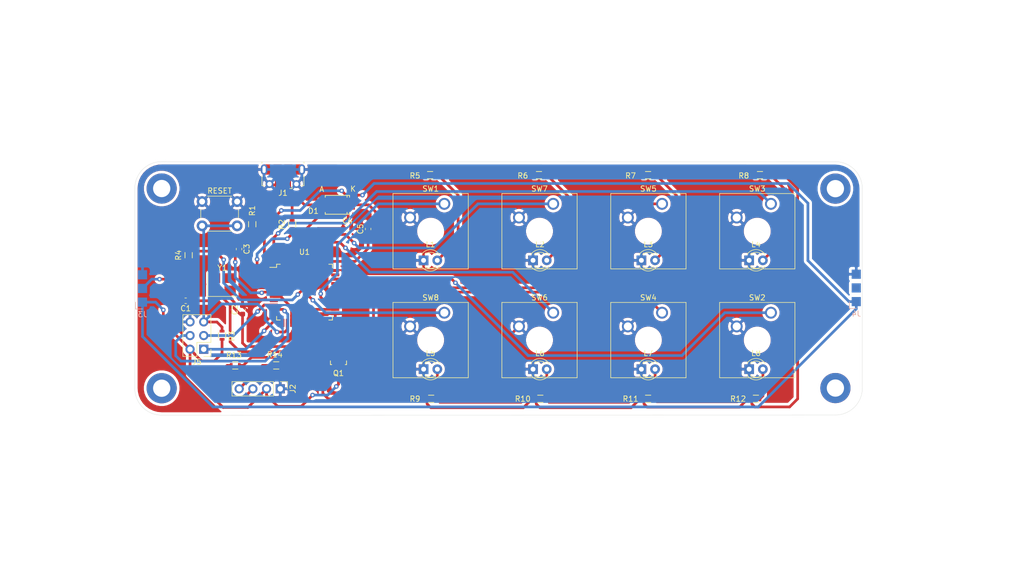
<source format=kicad_pcb>
(kicad_pcb (version 20171130) (host pcbnew 5.1.5+dfsg1-2build2)
  (layers (0 F.Cu signal) (31 B.Cu signal) (34 B.Paste user) (35 F.Paste user) (36 B.SilkS user) (37 F.SilkS user) (38 B.Mask user) (39 F.Mask user) (44 Edge.Cuts user))
  (net 0 "")
  (net 1 "Net-(C1-Pad1)")
  (net 2 GND)
  (net 3 "Net-(C2-Pad1)")
  (net 4 "Net-(C3-Pad2)")
  (net 5 +5V)
  (net 6 "Net-(J1-Pad2)")
  (net 7 "Net-(J1-Pad3)")
  (net 8 "Net-(J2-Pad3)")
  (net 9 "Net-(J2-Pad4)")
  (net 10 "Net-(J3-Pad2)")
  (net 11 "Net-(L1-Pad2)")
  (net 12 "Net-(L2-Pad2)")
  (net 13 "Net-(L3-Pad2)")
  (net 14 "Net-(L4-Pad2)")
  (net 15 "Net-(L5-Pad2)")
  (net 16 "Net-(L6-Pad2)")
  (net 17 "Net-(L7-Pad2)")
  (net 18 "Net-(L8-Pad2)")
  (net 19 /BACKLIT)
  (net 20 "Net-(Q1-Pad2)")
  (net 21 "Net-(R1-Pad1)")
  (net 22 "Net-(R2-Pad1)")
  (net 23 "Net-(R4-Pad2)")
  (net 24 "Net-(SW1-Pad1)")
  (net 25 "Net-(SW2-Pad1)")
  (net 26 "Net-(SW3-Pad1)")
  (net 27 "Net-(SW4-Pad1)")
  (net 28 "Net-(SW5-Pad1)")
  (net 29 "Net-(SW6-Pad1)")
  (net 30 "Net-(SW7-Pad1)")
  (net 31 "Net-(SW8-Pad1)")
  (net 32 "Net-(R13-Pad2)")
  (net 33 "Net-(R14-Pad2)")
  (net 34 "Net-(J5-Pad1)")
  (net 35 "Net-(J5-Pad3)")
  (net 36 "Net-(J5-Pad4)")
  (net 37 "Net-(J5-Pad5)")
  (net 38 "Net-(D1-Pad2)")
  (module Capacitor_SMD:C_0603_1608Metric (layer F.Cu) (at 88.3 67.4875 90)
    (fp_text reference C5 (at 0 -1.43 90) (layer F.SilkS))
    (fp_text value 100nF)
    (pad 2 smd roundrect (at 0.7875 0 90) (size 0.875 0.95) (layers F.Cu F.Paste F.Mask) (net 2 GND))
    (pad 1 smd roundrect (at -0.7875 0 90) (size 0.875 0.95) (layers F.Cu F.Paste F.Mask) (net 5 +5V))
  )
  (module Resistors_SMD:R_0603 (layer F.Cu) (at 55 72.35 90)
    (fp_text reference R4 (at 0 -1.9 90) (layer F.SilkS))
    (fp_text value 470R)
    (pad 1 smd rect (at -0.75 0 90) (size 0.5 0.9) (layers F.Cu F.Paste F.Mask) (net 10 "Net-(J3-Pad2)"))
    (pad 2 smd rect (at 0.75 0 90) (size 0.5 0.9) (layers F.Cu F.Paste F.Mask) (net 23 "Net-(R4-Pad2)"))
  )
  (module Resistors_SMD:R_0603 (layer F.Cu) (at 160.25 99)
    (fp_text reference R12 (at -3.3 0) (layer F.SilkS))
    (fp_text value 68R)
    (pad 1 smd rect (at -0.75 0) (size 0.5 0.9) (layers F.Cu F.Paste F.Mask) (net 20 "Net-(Q1-Pad2)"))
    (pad 2 smd rect (at 0.75 0) (size 0.5 0.9) (layers F.Cu F.Paste F.Mask) (net 18 "Net-(L8-Pad2)"))
  )
  (module MountingHole:MountingHole_3.2mm_M3_DIN965_Pad (layer F.Cu) (at 50 97.03)
    (fp_text reference REF** hide)
    (fp_text value MountingHole_3.2mm_M3_DIN965_Pad hide)
    (pad 3 thru_hole circle (at 0 0) (size 5.6 5.6) (drill 3.2) (layers *.Cu *.Mask))
  )
  (module MountingHole:MountingHole_3.2mm_M3_DIN965_Pad (layer F.Cu) (at 50 59.98)
    (fp_text reference REF** hide)
    (fp_text value MountingHole_3.2mm_M3_DIN965_Pad hide)
    (pad 1 thru_hole circle (at 0 0) (size 5.6 5.6) (drill 3.2) (layers *.Cu *.Mask))
  )
  (module MountingHole:MountingHole_3.2mm_M3_DIN965_Pad (layer F.Cu) (at 175 97)
    (fp_text reference REF** hide)
    (fp_text value MountingHole_3.2mm_M3_DIN965_Pad hide)
    (pad 4 thru_hole circle (at 0 0) (size 5.6 5.6) (drill 3.2) (layers *.Cu *.Mask))
  )
  (module MountingHole:MountingHole_3.2mm_M3_DIN965_Pad (layer F.Cu) (at 175 60)
    (fp_text reference REF** hide)
    (fp_text value MountingHole_3.2mm_M3_DIN965_Pad hide)
    (pad 2 thru_hole circle (at 0 0) (size 5.6 5.6) (drill 3.2) (layers *.Cu *.Mask))
  )
  (module Capacitor_SMD:C_0603_1608Metric (layer F.Cu) (at 54.45 80.8 180)
    (fp_text reference C1 (at 0 -1.43) (layer F.SilkS))
    (fp_text value 22pF)
    (pad 1 smd roundrect (at -0.7875 0 180) (size 0.875 0.95) (layers F.Cu F.Paste F.Mask) (net 1 "Net-(C1-Pad1)"))
    (pad 2 smd roundrect (at 0.7875 0 180) (size 0.875 0.95) (layers F.Cu F.Paste F.Mask) (net 2 GND))
  )
  (module Capacitor_SMD:C_0603_1608Metric (layer F.Cu) (at 65 82.4875 90)
    (fp_text reference C2 (at 0 -1.43 90) (layer F.SilkS))
    (fp_text value 22pF)
    (pad 2 smd roundrect (at 0.7875 0 90) (size 0.875 0.95) (layers F.Cu F.Paste F.Mask) (net 2 GND))
    (pad 1 smd roundrect (at -0.7875 0 90) (size 0.875 0.95) (layers F.Cu F.Paste F.Mask) (net 3 "Net-(C2-Pad1)"))
  )
  (module Capacitor_SMD:C_0603_1608Metric (layer F.Cu) (at 64.35 71.2125 270)
    (fp_text reference C3 (at 0 -1.43 90) (layer F.SilkS))
    (fp_text value 1uF)
    (pad 1 smd roundrect (at -0.7875 0 270) (size 0.875 0.95) (layers F.Cu F.Paste F.Mask) (net 2 GND))
    (pad 2 smd roundrect (at 0.7875 0 270) (size 0.875 0.95) (layers F.Cu F.Paste F.Mask) (net 4 "Net-(C3-Pad2)"))
  )
  (module Capacitor_SMD:C_0603_1608Metric (layer F.Cu) (at 84.4625 67.4)
    (fp_text reference C4 (at 0 -1.43) (layer F.SilkS))
    (fp_text value 4.7uF)
    (pad 1 smd roundrect (at -0.7875 0) (size 0.875 0.95) (layers F.Cu F.Paste F.Mask) (net 5 +5V))
    (pad 2 smd roundrect (at 0.7875 0) (size 0.875 0.95) (layers F.Cu F.Paste F.Mask) (net 2 GND))
  )
  (module Connector_USB:USB_Micro-B_Molex-105017-0001 (layer F.Cu) (at 72.5 57.6875 180)
    (fp_text reference J1 (at 0 -3.1125) (layer F.SilkS))
    (fp_text value USB_B_Micro)
    (pad 6 smd rect (at 1 1.2375 180) (size 1.5 1.9) (layers F.Cu F.Paste F.Mask) (net 2 GND))
    (pad 6 thru_hole circle (at -2.5 -1.4625 180) (size 1.45 1.45) (drill 0.85) (layers *.Cu *.Mask) (net 2 GND))
    (pad 2 smd rect (at -0.65 -1.4625 180) (size 0.4 1.35) (layers F.Cu F.Paste F.Mask) (net 6 "Net-(J1-Pad2)"))
    (pad 1 smd rect (at -1.3 -1.4625 180) (size 0.4 1.35) (layers F.Cu F.Paste F.Mask) (net 38 "Net-(D1-Pad2)"))
    (pad 5 smd rect (at 1.3 -1.4625 180) (size 0.4 1.35) (layers F.Cu F.Paste F.Mask) (net 2 GND))
    (pad 4 smd rect (at 0.65 -1.4625 180) (size 0.4 1.35) (layers F.Cu F.Paste F.Mask))
    (pad 3 smd rect (at 0 -1.4625 180) (size 0.4 1.35) (layers F.Cu F.Paste F.Mask) (net 7 "Net-(J1-Pad3)"))
    (pad 6 thru_hole circle (at 2.5 -1.4625 180) (size 1.45 1.45) (drill 0.85) (layers *.Cu *.Mask) (net 2 GND))
    (pad 6 smd rect (at -1 1.2375 180) (size 1.5 1.9) (layers F.Cu F.Paste F.Mask) (net 2 GND))
    (pad 6 thru_hole oval (at -3.5 1.2375) (size 1.2 1.9) (drill oval 0.6 1.3) (layers *.Cu *.Mask) (net 2 GND))
    (pad 6 thru_hole oval (at 3.5 1.2375 180) (size 1.2 1.9) (drill oval 0.6 1.3) (layers *.Cu *.Mask) (net 2 GND))
    (pad 6 smd rect (at 2.9 1.2375 180) (size 1.2 1.9) (layers F.Cu F.Mask) (net 2 GND))
    (pad 6 smd rect (at -2.9 1.2375 180) (size 1.2 1.9) (layers F.Cu F.Mask) (net 2 GND))
  )
  (module Connector_PinHeader_2.54mm:PinHeader_1x04_P2.54mm_Vertical (layer F.Cu) (at 72 97.14 270)
    (fp_text reference J2 (at 0 -2.33 90) (layer F.SilkS))
    (fp_text value Conn_01x04_Female hide)
    (pad 1 thru_hole rect (at 0 0 270) (size 1.7 1.7) (drill 1) (layers *.Cu *.Mask) (net 2 GND))
    (pad 2 thru_hole oval (at 0 2.54 270) (size 1.7 1.7) (drill 1) (layers *.Cu *.Mask) (net 5 +5V))
    (pad 3 thru_hole oval (at 0 5.08 270) (size 1.7 1.7) (drill 1) (layers *.Cu *.Mask) (net 8 "Net-(J2-Pad3)"))
    (pad 4 thru_hole oval (at 0 7.62 270) (size 1.7 1.7) (drill 1) (layers *.Cu *.Mask) (net 9 "Net-(J2-Pad4)"))
  )
  (module LED_THT:LED_D3.0mm (layer F.Cu) (at 98.59 73.31)
    (fp_text reference L1 (at 1.27 -2.96) (layer F.SilkS))
    (fp_text value LED)
    (pad 2 thru_hole circle (at 2.54 0) (size 1.8 1.8) (drill 0.9) (layers *.Cu *.Mask) (net 11 "Net-(L1-Pad2)"))
    (pad 1 thru_hole rect (at 0 0) (size 1.8 1.8) (drill 0.9) (layers *.Cu *.Mask) (net 2 GND))
  )
  (module LED_THT:LED_D3.0mm (layer F.Cu) (at 118.9 73.3)
    (fp_text reference L2 (at 1.27 -2.96) (layer F.SilkS))
    (fp_text value LED)
    (pad 1 thru_hole rect (at 0 0) (size 1.8 1.8) (drill 0.9) (layers *.Cu *.Mask) (net 2 GND))
    (pad 2 thru_hole circle (at 2.54 0) (size 1.8 1.8) (drill 0.9) (layers *.Cu *.Mask) (net 12 "Net-(L2-Pad2)"))
  )
  (module LED_THT:LED_D3.0mm (layer F.Cu) (at 139 73.3)
    (fp_text reference L3 (at 1.27 -2.96) (layer F.SilkS))
    (fp_text value LED)
    (pad 2 thru_hole circle (at 2.54 0) (size 1.8 1.8) (drill 0.9) (layers *.Cu *.Mask) (net 13 "Net-(L3-Pad2)"))
    (pad 1 thru_hole rect (at 0 0) (size 1.8 1.8) (drill 0.9) (layers *.Cu *.Mask) (net 2 GND))
  )
  (module LED_THT:LED_D3.0mm (layer F.Cu) (at 159 73.3)
    (fp_text reference L4 (at 1.27 -2.96) (layer F.SilkS))
    (fp_text value LED)
    (pad 2 thru_hole circle (at 2.54 0) (size 1.8 1.8) (drill 0.9) (layers *.Cu *.Mask) (net 14 "Net-(L4-Pad2)"))
    (pad 1 thru_hole rect (at 0 0) (size 1.8 1.8) (drill 0.9) (layers *.Cu *.Mask) (net 2 GND))
  )
  (module LED_THT:LED_D3.0mm (layer F.Cu) (at 98.6 93.5)
    (fp_text reference L5 (at 1.27 -2.96) (layer F.SilkS))
    (fp_text value LED)
    (pad 1 thru_hole rect (at 0 0) (size 1.8 1.8) (drill 0.9) (layers *.Cu *.Mask) (net 2 GND))
    (pad 2 thru_hole circle (at 2.54 0) (size 1.8 1.8) (drill 0.9) (layers *.Cu *.Mask) (net 15 "Net-(L5-Pad2)"))
  )
  (module LED_THT:LED_D3.0mm (layer F.Cu) (at 118.9 93.5)
    (fp_text reference L6 (at 1.27 -2.96) (layer F.SilkS))
    (fp_text value LED)
    (pad 1 thru_hole rect (at 0 0) (size 1.8 1.8) (drill 0.9) (layers *.Cu *.Mask) (net 2 GND))
    (pad 2 thru_hole circle (at 2.54 0) (size 1.8 1.8) (drill 0.9) (layers *.Cu *.Mask) (net 16 "Net-(L6-Pad2)"))
  )
  (module LED_THT:LED_D3.0mm (layer F.Cu) (at 139 93.5)
    (fp_text reference L7 (at 1.27 -2.96) (layer F.SilkS))
    (fp_text value LED)
    (pad 2 thru_hole circle (at 2.54 0) (size 1.8 1.8) (drill 0.9) (layers *.Cu *.Mask) (net 17 "Net-(L7-Pad2)"))
    (pad 1 thru_hole rect (at 0 0) (size 1.8 1.8) (drill 0.9) (layers *.Cu *.Mask) (net 2 GND))
  )
  (module LED_THT:LED_D3.0mm (layer F.Cu) (at 159 93.5)
    (fp_text reference L8 (at 1.27 -2.96) (layer F.SilkS))
    (fp_text value LED)
    (pad 1 thru_hole rect (at 0 0) (size 1.8 1.8) (drill 0.9) (layers *.Cu *.Mask) (net 2 GND))
    (pad 2 thru_hole circle (at 2.54 0) (size 1.8 1.8) (drill 0.9) (layers *.Cu *.Mask) (net 18 "Net-(L8-Pad2)"))
  )
  (module TO_SOT_Packages_SMD:SOT-23 (layer F.Cu) (at 82.8 92.00178 180)
    (fp_text reference Q1 (at 0 -2.25) (layer F.SilkS))
    (fp_text value Q_NPN_BEC)
    (pad 1 smd rect (at -0.95 1.00076 180) (size 0.8001 0.8001) (layers F.Cu F.Paste F.Mask) (net 19 /BACKLIT))
    (pad 2 smd rect (at 0.95 1.00076 180) (size 0.8001 0.8001) (layers F.Cu F.Paste F.Mask) (net 20 "Net-(Q1-Pad2)"))
    (pad 3 smd rect (at 0 -0.99822 180) (size 0.8001 0.8001) (layers F.Cu F.Paste F.Mask) (net 5 +5V))
  )
  (module Resistors_SMD:R_0603 (layer F.Cu) (at 66.8 66.6 90)
    (fp_text reference R1 (at 2.5 0 90) (layer F.SilkS))
    (fp_text value 20R)
    (pad 1 smd rect (at -0.75 0 90) (size 0.5 0.9) (layers F.Cu F.Paste F.Mask) (net 21 "Net-(R1-Pad1)"))
    (pad 2 smd rect (at 0.75 0 90) (size 0.5 0.9) (layers F.Cu F.Paste F.Mask) (net 7 "Net-(J1-Pad3)"))
  )
  (module Resistors_SMD:R_0603 (layer F.Cu) (at 74.2 66.65 90)
    (fp_text reference R2 (at 0 -1.9 90) (layer F.SilkS))
    (fp_text value 20R)
    (pad 2 smd rect (at 0.75 0 90) (size 0.5 0.9) (layers F.Cu F.Paste F.Mask) (net 6 "Net-(J1-Pad2)"))
    (pad 1 smd rect (at -0.75 0 90) (size 0.5 0.9) (layers F.Cu F.Paste F.Mask) (net 22 "Net-(R2-Pad1)"))
  )
  (module Resistors_SMD:R_0603 (layer F.Cu) (at 61.2 87.2 270)
    (fp_text reference R3 (at 0.15 -1.8 90) (layer F.SilkS))
    (fp_text value 10K)
    (pad 2 smd rect (at 0.75 0 270) (size 0.5 0.9) (layers F.Cu F.Paste F.Mask) (net 5 +5V))
    (pad 1 smd rect (at -0.75 0 270) (size 0.5 0.9) (layers F.Cu F.Paste F.Mask) (net 37 "Net-(J5-Pad5)"))
  )
  (module Resistors_SMD:R_0603 (layer F.Cu) (at 99.8 57.5)
    (fp_text reference R5 (at -2.8 0.1) (layer F.SilkS))
    (fp_text value 68R)
    (pad 2 smd rect (at 0.75 0) (size 0.5 0.9) (layers F.Cu F.Paste F.Mask) (net 11 "Net-(L1-Pad2)"))
    (pad 1 smd rect (at -0.75 0) (size 0.5 0.9) (layers F.Cu F.Paste F.Mask) (net 20 "Net-(Q1-Pad2)"))
  )
  (module Resistors_SMD:R_0603 (layer F.Cu) (at 120 57.5)
    (fp_text reference R6 (at -3 0.1) (layer F.SilkS))
    (fp_text value 68R)
    (pad 1 smd rect (at -0.75 0) (size 0.5 0.9) (layers F.Cu F.Paste F.Mask) (net 20 "Net-(Q1-Pad2)"))
    (pad 2 smd rect (at 0.75 0) (size 0.5 0.9) (layers F.Cu F.Paste F.Mask) (net 12 "Net-(L2-Pad2)"))
  )
  (module Resistors_SMD:R_0603 (layer F.Cu) (at 140.25 57.5)
    (fp_text reference R7 (at -3.25 0.1) (layer F.SilkS))
    (fp_text value 68R)
    (pad 2 smd rect (at 0.75 0) (size 0.5 0.9) (layers F.Cu F.Paste F.Mask) (net 13 "Net-(L3-Pad2)"))
    (pad 1 smd rect (at -0.75 0) (size 0.5 0.9) (layers F.Cu F.Paste F.Mask) (net 20 "Net-(Q1-Pad2)"))
  )
  (module Resistors_SMD:R_0603 (layer F.Cu) (at 161 57.5)
    (fp_text reference R8 (at -3 0.1) (layer F.SilkS))
    (fp_text value 68R)
    (pad 1 smd rect (at -0.75 0) (size 0.5 0.9) (layers F.Cu F.Paste F.Mask) (net 20 "Net-(Q1-Pad2)"))
    (pad 2 smd rect (at 0.75 0) (size 0.5 0.9) (layers F.Cu F.Paste F.Mask) (net 14 "Net-(L4-Pad2)"))
  )
  (module Resistors_SMD:R_0603 (layer F.Cu) (at 100 99)
    (fp_text reference R9 (at -3 0) (layer F.SilkS))
    (fp_text value 68R)
    (pad 2 smd rect (at 0.75 0) (size 0.5 0.9) (layers F.Cu F.Paste F.Mask) (net 15 "Net-(L5-Pad2)"))
    (pad 1 smd rect (at -0.75 0) (size 0.5 0.9) (layers F.Cu F.Paste F.Mask) (net 20 "Net-(Q1-Pad2)"))
  )
  (module Resistors_SMD:R_0603 (layer F.Cu) (at 120.25 99)
    (fp_text reference R10 (at -3.25 0) (layer F.SilkS))
    (fp_text value 68R)
    (pad 1 smd rect (at -0.75 0) (size 0.5 0.9) (layers F.Cu F.Paste F.Mask) (net 20 "Net-(Q1-Pad2)"))
    (pad 2 smd rect (at 0.75 0) (size 0.5 0.9) (layers F.Cu F.Paste F.Mask) (net 16 "Net-(L6-Pad2)"))
  )
  (module Resistors_SMD:R_0603 (layer F.Cu) (at 140.25 99)
    (fp_text reference R11 (at -3.25 0) (layer F.SilkS))
    (fp_text value 68R)
    (pad 2 smd rect (at 0.75 0) (size 0.5 0.9) (layers F.Cu F.Paste F.Mask) (net 17 "Net-(L7-Pad2)"))
    (pad 1 smd rect (at -0.75 0) (size 0.5 0.9) (layers F.Cu F.Paste F.Mask) (net 20 "Net-(Q1-Pad2)"))
  )
  (module Button_Switch_Keyboard:SW_Cherry_MX_1.00u_Plate (layer F.Cu) (at 102.440001 62.820001)
    (fp_text reference SW1 (at -2.54 -2.794) (layer F.SilkS))
    (fp_text value SW_DIP_x01)
    (pad 1 thru_hole circle (at 0 0) (size 2.2 2.2) (drill 1.5) (layers *.Cu *.Mask) (net 24 "Net-(SW1-Pad1)"))
    (pad 2 thru_hole circle (at -6.35 2.54) (size 2.2 2.2) (drill 1.5) (layers *.Cu *.Mask) (net 2 GND))
    (pad "" np_thru_hole circle (at -2.54 5.08) (size 4 4) (drill 4) (layers *.Cu *.Mask))
  )
  (module Button_Switch_Keyboard:SW_Cherry_MX_1.00u_Plate (layer F.Cu) (at 163.040001 83.020001)
    (fp_text reference SW2 (at -2.54 -2.794) (layer F.SilkS))
    (fp_text value SW_DIP_x01)
    (pad 1 thru_hole circle (at 0 0) (size 2.2 2.2) (drill 1.5) (layers *.Cu *.Mask) (net 25 "Net-(SW2-Pad1)"))
    (pad 2 thru_hole circle (at -6.35 2.54) (size 2.2 2.2) (drill 1.5) (layers *.Cu *.Mask) (net 2 GND))
    (pad "" np_thru_hole circle (at -2.54 5.08) (size 4 4) (drill 4) (layers *.Cu *.Mask))
  )
  (module Button_Switch_Keyboard:SW_Cherry_MX_1.00u_Plate (layer F.Cu) (at 163.040001 62.820001)
    (fp_text reference SW3 (at -2.54 -2.794) (layer F.SilkS))
    (fp_text value SW_DIP_x01)
    (pad "" np_thru_hole circle (at -2.54 5.08) (size 4 4) (drill 4) (layers *.Cu *.Mask))
    (pad 2 thru_hole circle (at -6.35 2.54) (size 2.2 2.2) (drill 1.5) (layers *.Cu *.Mask) (net 2 GND))
    (pad 1 thru_hole circle (at 0 0) (size 2.2 2.2) (drill 1.5) (layers *.Cu *.Mask) (net 26 "Net-(SW3-Pad1)"))
  )
  (module Button_Switch_Keyboard:SW_Cherry_MX_1.00u_Plate (layer F.Cu) (at 142.840001 83.020001)
    (fp_text reference SW4 (at -2.54 -2.794) (layer F.SilkS))
    (fp_text value SW_DIP_x01)
    (pad "" np_thru_hole circle (at -2.54 5.08) (size 4 4) (drill 4) (layers *.Cu *.Mask))
    (pad 2 thru_hole circle (at -6.35 2.54) (size 2.2 2.2) (drill 1.5) (layers *.Cu *.Mask) (net 2 GND))
    (pad 1 thru_hole circle (at 0 0) (size 2.2 2.2) (drill 1.5) (layers *.Cu *.Mask) (net 27 "Net-(SW4-Pad1)"))
  )
  (module Button_Switch_Keyboard:SW_Cherry_MX_1.00u_Plate (layer F.Cu) (at 142.840001 62.820001)
    (fp_text reference SW5 (at -2.54 -2.794) (layer F.SilkS))
    (fp_text value SW_DIP_x01)
    (pad 1 thru_hole circle (at 0 0) (size 2.2 2.2) (drill 1.5) (layers *.Cu *.Mask) (net 28 "Net-(SW5-Pad1)"))
    (pad 2 thru_hole circle (at -6.35 2.54) (size 2.2 2.2) (drill 1.5) (layers *.Cu *.Mask) (net 2 GND))
    (pad "" np_thru_hole circle (at -2.54 5.08) (size 4 4) (drill 4) (layers *.Cu *.Mask))
  )
  (module Button_Switch_Keyboard:SW_Cherry_MX_1.00u_Plate (layer F.Cu) (at 122.640001 83.020001)
    (fp_text reference SW6 (at -2.54 -2.794) (layer F.SilkS))
    (fp_text value SW_DIP_x01)
    (pad "" np_thru_hole circle (at -2.54 5.08) (size 4 4) (drill 4) (layers *.Cu *.Mask))
    (pad 2 thru_hole circle (at -6.35 2.54) (size 2.2 2.2) (drill 1.5) (layers *.Cu *.Mask) (net 2 GND))
    (pad 1 thru_hole circle (at 0 0) (size 2.2 2.2) (drill 1.5) (layers *.Cu *.Mask) (net 29 "Net-(SW6-Pad1)"))
  )
  (module Button_Switch_Keyboard:SW_Cherry_MX_1.00u_Plate (layer F.Cu) (at 122.640001 62.820001)
    (fp_text reference SW7 (at -2.54 -2.794) (layer F.SilkS))
    (fp_text value SW_DIP_x01)
    (pad 1 thru_hole circle (at 0 0) (size 2.2 2.2) (drill 1.5) (layers *.Cu *.Mask) (net 30 "Net-(SW7-Pad1)"))
    (pad 2 thru_hole circle (at -6.35 2.54) (size 2.2 2.2) (drill 1.5) (layers *.Cu *.Mask) (net 2 GND))
    (pad "" np_thru_hole circle (at -2.54 5.08) (size 4 4) (drill 4) (layers *.Cu *.Mask))
  )
  (module Button_Switch_Keyboard:SW_Cherry_MX_1.00u_Plate (layer F.Cu) (at 102.440001 83.020001)
    (fp_text reference SW8 (at -2.54 -2.794) (layer F.SilkS))
    (fp_text value SW_DIP_x01)
    (pad "" np_thru_hole circle (at -2.54 5.08) (size 4 4) (drill 4) (layers *.Cu *.Mask))
    (pad 2 thru_hole circle (at -6.35 2.54) (size 2.2 2.2) (drill 1.5) (layers *.Cu *.Mask) (net 2 GND))
    (pad 1 thru_hole circle (at 0 0) (size 2.2 2.2) (drill 1.5) (layers *.Cu *.Mask) (net 31 "Net-(SW8-Pad1)"))
  )
  (module Package_QFP:TQFP-44_10x10mm_P0.8mm (layer F.Cu) (at 76.5 79.2)
    (fp_text reference U1 (at 0 -7.45) (layer F.SilkS))
    (fp_text value ATmega32U4-AU)
    (pad 1 smd rect (at -5.7 -4) (size 1.5 0.55) (layers F.Cu F.Paste F.Mask) (net 26 "Net-(SW3-Pad1)"))
    (pad 2 smd rect (at -5.7 -3.2) (size 1.5 0.55) (layers F.Cu F.Paste F.Mask) (net 5 +5V))
    (pad 3 smd rect (at -5.7 -2.4) (size 1.5 0.55) (layers F.Cu F.Paste F.Mask) (net 22 "Net-(R2-Pad1)"))
    (pad 4 smd rect (at -5.7 -1.6) (size 1.5 0.55) (layers F.Cu F.Paste F.Mask) (net 21 "Net-(R1-Pad1)"))
    (pad 5 smd rect (at -5.7 -0.8) (size 1.5 0.55) (layers F.Cu F.Paste F.Mask) (net 2 GND))
    (pad 6 smd rect (at -5.7 0) (size 1.5 0.55) (layers F.Cu F.Paste F.Mask) (net 4 "Net-(C3-Pad2)"))
    (pad 7 smd rect (at -5.7 0.8) (size 1.5 0.55) (layers F.Cu F.Paste F.Mask) (net 5 +5V))
    (pad 8 smd rect (at -5.7 1.6) (size 1.5 0.55) (layers F.Cu F.Paste F.Mask))
    (pad 9 smd rect (at -5.7 2.4) (size 1.5 0.55) (layers F.Cu F.Paste F.Mask) (net 35 "Net-(J5-Pad3)"))
    (pad 10 smd rect (at -5.7 3.2) (size 1.5 0.55) (layers F.Cu F.Paste F.Mask) (net 36 "Net-(J5-Pad4)"))
    (pad 11 smd rect (at -5.7 4) (size 1.5 0.55) (layers F.Cu F.Paste F.Mask) (net 34 "Net-(J5-Pad1)"))
    (pad 12 smd rect (at -4 5.7 90) (size 1.5 0.55) (layers F.Cu F.Paste F.Mask))
    (pad 13 smd rect (at -3.2 5.7 90) (size 1.5 0.55) (layers F.Cu F.Paste F.Mask) (net 37 "Net-(J5-Pad5)"))
    (pad 14 smd rect (at -2.4 5.7 90) (size 1.5 0.55) (layers F.Cu F.Paste F.Mask) (net 5 +5V))
    (pad 15 smd rect (at -1.6 5.7 90) (size 1.5 0.55) (layers F.Cu F.Paste F.Mask) (net 2 GND))
    (pad 16 smd rect (at -0.8 5.7 90) (size 1.5 0.55) (layers F.Cu F.Paste F.Mask) (net 3 "Net-(C2-Pad1)"))
    (pad 17 smd rect (at 0 5.7 90) (size 1.5 0.55) (layers F.Cu F.Paste F.Mask) (net 1 "Net-(C1-Pad1)"))
    (pad 18 smd rect (at 0.8 5.7 90) (size 1.5 0.55) (layers F.Cu F.Paste F.Mask) (net 32 "Net-(R13-Pad2)"))
    (pad 19 smd rect (at 1.6 5.7 90) (size 1.5 0.55) (layers F.Cu F.Paste F.Mask) (net 33 "Net-(R14-Pad2)"))
    (pad 20 smd rect (at 2.4 5.7 90) (size 1.5 0.55) (layers F.Cu F.Paste F.Mask))
    (pad 21 smd rect (at 3.2 5.7 90) (size 1.5 0.55) (layers F.Cu F.Paste F.Mask))
    (pad 22 smd rect (at 4 5.7 90) (size 1.5 0.55) (layers F.Cu F.Paste F.Mask))
    (pad 23 smd rect (at 5.7 4) (size 1.5 0.55) (layers F.Cu F.Paste F.Mask) (net 2 GND))
    (pad 24 smd rect (at 5.7 3.2) (size 1.5 0.55) (layers F.Cu F.Paste F.Mask) (net 5 +5V))
    (pad 25 smd rect (at 5.7 2.4) (size 1.5 0.55) (layers F.Cu F.Paste F.Mask) (net 24 "Net-(SW1-Pad1)"))
    (pad 26 smd rect (at 5.7 1.6) (size 1.5 0.55) (layers F.Cu F.Paste F.Mask))
    (pad 27 smd rect (at 5.7 0.8) (size 1.5 0.55) (layers F.Cu F.Paste F.Mask) (net 19 /BACKLIT))
    (pad 28 smd rect (at 5.7 0) (size 1.5 0.55) (layers F.Cu F.Paste F.Mask) (net 27 "Net-(SW4-Pad1)"))
    (pad 29 smd rect (at 5.7 -0.8) (size 1.5 0.55) (layers F.Cu F.Paste F.Mask) (net 28 "Net-(SW5-Pad1)"))
    (pad 30 smd rect (at 5.7 -1.6) (size 1.5 0.55) (layers F.Cu F.Paste F.Mask))
    (pad 31 smd rect (at 5.7 -2.4) (size 1.5 0.55) (layers F.Cu F.Paste F.Mask) (net 25 "Net-(SW2-Pad1)"))
    (pad 32 smd rect (at 5.7 -3.2) (size 1.5 0.55) (layers F.Cu F.Paste F.Mask))
    (pad 33 smd rect (at 5.7 -4) (size 1.5 0.55) (layers F.Cu F.Paste F.Mask) (net 2 GND))
    (pad 34 smd rect (at 4 -5.7 90) (size 1.5 0.55) (layers F.Cu F.Paste F.Mask) (net 5 +5V))
    (pad 35 smd rect (at 3.2 -5.7 90) (size 1.5 0.55) (layers F.Cu F.Paste F.Mask) (net 2 GND))
    (pad 36 smd rect (at 2.4 -5.7 90) (size 1.5 0.55) (layers F.Cu F.Paste F.Mask) (net 29 "Net-(SW6-Pad1)"))
    (pad 37 smd rect (at 1.6 -5.7 90) (size 1.5 0.55) (layers F.Cu F.Paste F.Mask) (net 30 "Net-(SW7-Pad1)"))
    (pad 38 smd rect (at 0.8 -5.7 90) (size 1.5 0.55) (layers F.Cu F.Paste F.Mask) (net 31 "Net-(SW8-Pad1)"))
    (pad 39 smd rect (at 0 -5.7 90) (size 1.5 0.55) (layers F.Cu F.Paste F.Mask) (net 23 "Net-(R4-Pad2)"))
    (pad 40 smd rect (at -0.8 -5.7 90) (size 1.5 0.55) (layers F.Cu F.Paste F.Mask))
    (pad 41 smd rect (at -1.6 -5.7 90) (size 1.5 0.55) (layers F.Cu F.Paste F.Mask))
    (pad 42 smd rect (at -2.4 -5.7 90) (size 1.5 0.55) (layers F.Cu F.Paste F.Mask) (net 5 +5V))
    (pad 43 smd rect (at -3.2 -5.7 90) (size 1.5 0.55) (layers F.Cu F.Paste F.Mask) (net 2 GND))
    (pad 44 smd rect (at -4 -5.7 90) (size 1.5 0.55) (layers F.Cu F.Paste F.Mask) (net 5 +5V))
  )
  (module anavi-macro-pad-8:LedConnector_1x03_P2.54mm (layer B.Cu) (at 46.44 81.06)
    (fp_text reference J3 (at 0 2.27 -180) (layer B.SilkS) (effects (justify mirror)))
    (fp_text value Conn_01x03_Male hide)
    (pad 1 smd rect (at 0 0) (size 1.7 1.7) (layers B.Cu B.Paste B.Mask) (net 5 +5V))
    (pad 2 smd rect (at 0 -2.54) (size 1.7 1.7) (layers B.Cu B.Paste B.Mask) (net 10 "Net-(J3-Pad2)"))
    (pad 3 smd rect (at 0 -5.08) (size 1.7 1.7) (layers B.Cu B.Paste B.Mask) (net 2 GND))
  )
  (module anavi-macro-pad-8:LedConnector_1x03_P2.54mm (layer B.Cu) (at 178.87 80.96)
    (fp_text reference J4 (at 0 2.27 -180) (layer B.SilkS) (effects (justify mirror)))
    (fp_text value Conn_01x03_Male hide)
    (pad 1 smd rect (at 0 0) (size 1.7 1.7) (layers B.Cu B.Paste B.Mask) (net 5 +5V))
    (pad 2 smd rect (at 0 -2.54) (size 1.7 1.7) (layers B.Cu B.Paste B.Mask))
    (pad 3 smd rect (at 0 -5.08) (size 1.7 1.7) (layers B.Cu B.Paste B.Mask) (net 2 GND))
  )
  (module Resistors_SMD:R_0603 (layer F.Cu) (at 63.65 92.8)
    (fp_text reference R13 (at -0.25 -1.9) (layer F.SilkS))
    (fp_text value 4.7K)
    (pad 1 smd rect (at -0.75 0) (size 0.5 0.9) (layers F.Cu F.Paste F.Mask) (net 8 "Net-(J2-Pad3)"))
    (pad 2 smd rect (at 0.75 0) (size 0.5 0.9) (layers F.Cu F.Paste F.Mask) (net 32 "Net-(R13-Pad2)"))
  )
  (module Resistors_SMD:R_0603 (layer F.Cu) (at 71.25 92.8)
    (fp_text reference R14 (at -0.25 -2) (layer F.SilkS))
    (fp_text value 4.7K)
    (pad 2 smd rect (at 0.75 0) (size 0.5 0.9) (layers F.Cu F.Paste F.Mask) (net 33 "Net-(R14-Pad2)"))
    (pad 1 smd rect (at -0.75 0) (size 0.5 0.9) (layers F.Cu F.Paste F.Mask) (net 9 "Net-(J2-Pad4)"))
  )
  (module Connector_PinHeader_2.54mm:PinHeader_2x03_P2.54mm_Vertical (layer F.Cu) (at 57.8 89.8 180)
    (fp_text reference J5 (at 1.27 -2.33) (layer F.SilkS))
    (fp_text value AVR-ISP-6)
    (pad 1 thru_hole rect (at 0 0 180) (size 1.7 1.7) (drill 1) (layers *.Cu *.Mask) (net 34 "Net-(J5-Pad1)"))
    (pad 2 thru_hole oval (at 2.54 0 180) (size 1.7 1.7) (drill 1) (layers *.Cu *.Mask) (net 5 +5V))
    (pad 3 thru_hole oval (at 0 2.54 180) (size 1.7 1.7) (drill 1) (layers *.Cu *.Mask) (net 35 "Net-(J5-Pad3)"))
    (pad 4 thru_hole oval (at 2.54 2.54 180) (size 1.7 1.7) (drill 1) (layers *.Cu *.Mask) (net 36 "Net-(J5-Pad4)"))
    (pad 5 thru_hole oval (at 0 5.08 180) (size 1.7 1.7) (drill 1) (layers *.Cu *.Mask) (net 37 "Net-(J5-Pad5)"))
    (pad 6 thru_hole oval (at 2.54 5.08 180) (size 1.7 1.7) (drill 1) (layers *.Cu *.Mask) (net 2 GND))
  )
  (module Buttons_Switches_ThroughHole:SW_PUSH_6mm_h4.3mm (layer F.Cu) (at 57.5 62.4)
    (fp_text reference RESET (at 3.25 -2) (layer F.SilkS))
    (fp_text value SW_DIP_x01)
    (pad 2 thru_hole circle (at 0 4.5 90) (size 2 2) (drill 1.1) (layers *.Cu *.Mask) (net 37 "Net-(J5-Pad5)"))
    (pad 1 thru_hole circle (at 0 0 90) (size 2 2) (drill 1.1) (layers *.Cu *.Mask) (net 2 GND))
    (pad 2 thru_hole circle (at 6.5 4.5 90) (size 2 2) (drill 1.1) (layers *.Cu *.Mask) (net 37 "Net-(J5-Pad5)"))
    (pad 1 thru_hole circle (at 6.5 0 90) (size 2 2) (drill 1.1) (layers *.Cu *.Mask) (net 2 GND))
  )
  (module anavi-macro-pad-8:Crystal_SMD_3225-4Pin_3.2x2.5mm_HandSoldering (layer F.Cu) (at 61.25 77.75)
    (fp_text reference Y1 (at 0 -3.05) (layer F.SilkS))
    (fp_text value Crystal)
    (pad 4 smd rect (at -1.45 -1.15) (size 2.1 1.8) (layers F.Cu F.Paste F.Mask))
    (pad 3 smd rect (at 1.45 -1.15) (size 2.1 1.8) (layers F.Cu F.Paste F.Mask))
    (pad 2 smd rect (at 1.45 1.15) (size 2.1 1.8) (layers F.Cu F.Paste F.Mask) (net 3 "Net-(C2-Pad1)"))
    (pad 1 smd rect (at -1.45 1.15) (size 2.1 1.8) (layers F.Cu F.Paste F.Mask) (net 1 "Net-(C1-Pad1)"))
  )
  (module Diodes_SMD:SMA_Standard (layer F.Cu) (at 82.59898 63 180)
    (fp_text reference D1 (at 4.44898 -1.15) (layer F.SilkS))
    (fp_text value 1N5819)
    (fp_text user K (at -2.9 2.95) (layer F.SilkS))
    (fp_text user A (at 2.9 2.9) (layer F.SilkS))
    (pad 1 smd rect (at -1.99898 0 180) (size 2.49936 1.80086) (layers F.Cu F.Paste F.Mask) (net 5 +5V))
    (pad 2 smd rect (at 1.99898 0 180) (size 2.49936 1.80086) (layers F.Cu F.Paste F.Mask) (net 38 "Net-(D1-Pad2)"))
  )
  (gr_line (start 50 54.98) (end 175 55) (layer Edge.Cuts) (width 0.05))
  (gr_line (start 45 97.03) (end 45 59.98) (layer Edge.Cuts) (width 0.05))
  (gr_line (start 50 102.03) (end 175 102) (layer Edge.Cuts) (width 0.05))
  (gr_arc (start 175 60) (end 180 60) (angle -90) (layer Edge.Cuts) (width 0.05))
  (gr_arc (start 50 97.03) (end 45 97.03) (angle -90) (layer Edge.Cuts) (width 0.05))
  (gr_arc (start 50 59.98) (end 50 54.98) (angle -90) (layer Edge.Cuts) (width 0.05))
  (gr_line (start 180 97) (end 180 60) (layer Edge.Cuts) (width 0.05))
  (gr_arc (start 175 97) (end 175 102) (angle -90) (layer Edge.Cuts) (width 0.05))
  (segment (start 59.95 78.9) (end 59.8 78.9) (width 0.5) (layer F.Cu) (net 1))
  (segment (start 64.5 90.25) (end 62.7 88.45) (width 0.5) (layer F.Cu) (net 1))
  (segment (start 62.7 81.65) (end 59.95 78.9) (width 0.5) (layer F.Cu) (net 1))
  (segment (start 62.7 88.45) (end 62.7 81.65) (width 0.5) (layer F.Cu) (net 1))
  (segment (start 76.5 88.2) (end 74.45 90.25) (width 0.5) (layer F.Cu) (net 1))
  (segment (start 74.45 90.25) (end 64.5 90.25) (width 0.5) (layer F.Cu) (net 1))
  (segment (start 76.5 84.9) (end 76.5 88.2) (width 0.5) (layer F.Cu) (net 1))
  (segment (start 59.8 80.3) (end 59.8 78.9) (width 0.5) (layer F.Cu) (net 1))
  (segment (start 59.3 80.8) (end 59.8 80.3) (width 0.5) (layer F.Cu) (net 1))
  (segment (start 55.2375 80.8) (end 59.3 80.8) (width 0.5) (layer F.Cu) (net 1))
  (segment (start 70 59.3) (end 71.145999 59.3) (width 0.5) (layer F.Cu) (net 2))
  (segment (start 79.7 73.2) (end 79.720999 73.179001) (width 0.5) (layer F.Cu) (net 2))
  (segment (start 79.7 73.5) (end 79.7 73.2) (width 0.5) (layer F.Cu) (net 2))
  (segment (start 80.95 75.2) (end 82.2 75.2) (width 0.5) (layer F.Cu) (net 2))
  (segment (start 79.7 74.632202) (end 80.267798 75.2) (width 0.5) (layer F.Cu) (net 2))
  (segment (start 80.267798 75.2) (end 80.95 75.2) (width 0.5) (layer F.Cu) (net 2))
  (segment (start 79.7 73.5) (end 79.7 74.632202) (width 0.5) (layer F.Cu) (net 2))
  (segment (start 80.95 83.2) (end 82.2 83.2) (width 0.5) (layer F.Cu) (net 2))
  (segment (start 75.467798 83.2) (end 80.95 83.2) (width 0.5) (layer F.Cu) (net 2))
  (segment (start 74.9 83.767798) (end 75.467798 83.2) (width 0.5) (layer F.Cu) (net 2))
  (segment (start 74.9 84.9) (end 74.9 83.767798) (width 0.5) (layer F.Cu) (net 2))
  (segment (start 73.3 74.75) (end 73.3 73.5) (width 0.5) (layer F.Cu) (net 2))
  (segment (start 73.3 77.15) (end 73.3 74.75) (width 0.5) (layer F.Cu) (net 2))
  (segment (start 72.05 78.4) (end 73.3 77.15) (width 0.5) (layer F.Cu) (net 2))
  (segment (start 70.8 78.4) (end 72.05 78.4) (width 0.5) (layer F.Cu) (net 2))
  (segment (start 69 57.4) (end 69 56.6) (width 0.5) (layer F.Cu) (net 2))
  (segment (start 65 81.7) (end 65 79.4) (width 0.5) (layer F.Cu) (net 2))
  (segment (start 66 78.4) (end 70.8 78.4) (width 0.5) (layer F.Cu) (net 2))
  (segment (start 65 79.4) (end 66 78.4) (width 0.5) (layer F.Cu) (net 2))
  (segment (start 65 81.77786) (end 66.7 83.47786) (width 0.5) (layer F.Cu) (net 2))
  (segment (start 65 81.7) (end 65 81.77786) (width 0.5) (layer F.Cu) (net 2))
  (segment (start 66.7 83.47786) (end 66.7 86.75) (width 0.5) (layer F.Cu) (net 2))
  (segment (start 66.7 86.75) (end 67.9 87.95) (width 0.5) (layer F.Cu) (net 2))
  (segment (start 67.9 87.95) (end 73.55 87.95) (width 0.5) (layer F.Cu) (net 2))
  (segment (start 74.9 86.6) (end 74.9 84.9) (width 0.5) (layer F.Cu) (net 2))
  (segment (start 73.55 87.95) (end 74.9 86.6) (width 0.5) (layer F.Cu) (net 2))
  (segment (start 79.7 72.367798) (end 80.217798 71.85) (width 0.5) (layer F.Cu) (net 2))
  (segment (start 79.7 73.5) (end 79.7 72.367798) (width 0.5) (layer F.Cu) (net 2))
  (segment (start 75.7 84.9) (end 75.7 87.55) (width 0.5) (layer F.Cu) (net 3))
  (segment (start 75.7 87.55) (end 73.95 89.3) (width 0.5) (layer F.Cu) (net 3))
  (segment (start 73.95 89.3) (end 65.65 89.3) (width 0.5) (layer F.Cu) (net 3))
  (segment (start 65 88.65) (end 65 83.275) (width 0.5) (layer F.Cu) (net 3))
  (segment (start 65.65 89.3) (end 65 88.65) (width 0.5) (layer F.Cu) (net 3))
  (segment (start 62.7 80.3) (end 62.7 78.9) (width 0.5) (layer F.Cu) (net 3))
  (segment (start 63.45401 81.05401) (end 62.7 80.3) (width 0.5) (layer F.Cu) (net 3))
  (segment (start 63.45401 82.20401) (end 63.45401 81.05401) (width 0.5) (layer F.Cu) (net 3))
  (segment (start 64.525 83.275) (end 63.45401 82.20401) (width 0.5) (layer F.Cu) (net 3))
  (segment (start 65 83.275) (end 64.525 83.275) (width 0.5) (layer F.Cu) (net 3))
  (via (at 68.55 79.329) (size 0.85) (drill 0.4) (layers F.Cu B.Cu) (net 4))
  (segment (start 68.679 79.2) (end 68.55 79.329) (width 0.5) (layer F.Cu) (net 4))
  (segment (start 70.8 79.2) (end 68.679 79.2) (width 0.5) (layer F.Cu) (net 4))
  (segment (start 68.55 79.329) (end 66.529 79.329) (width 0.5) (layer B.Cu) (net 4))
  (via (at 63.65 73.65) (size 0.85) (drill 0.4) (layers F.Cu B.Cu) (net 4))
  (segment (start 63.65 76.45) (end 63.65 73.65) (width 0.5) (layer B.Cu) (net 4))
  (segment (start 66.529 79.329) (end 63.65 76.45) (width 0.5) (layer B.Cu) (net 4))
  (segment (start 63.65 72.7) (end 64.35 72) (width 0.5) (layer F.Cu) (net 4))
  (segment (start 63.65 73.65) (end 63.65 72.7) (width 0.5) (layer F.Cu) (net 4))
  (segment (start 46.52 81.06) (end 46.44 81.06) (width 0.5) (layer B.Cu) (net 5))
  (segment (start 178.87 82.31) (end 178.87 80.96) (width 0.5) (layer B.Cu) (net 5))
  (segment (start 160.68 100.5) (end 178.87 82.31) (width 0.5) (layer B.Cu) (net 5))
  (segment (start 46.44 87.44) (end 59.5 100.5) (width 0.5) (layer B.Cu) (net 5))
  (segment (start 46.44 81.06) (end 46.44 87.44) (width 0.5) (layer B.Cu) (net 5))
  (segment (start 55.26 89.8) (end 55.26 94.46) (width 0.5) (layer F.Cu) (net 5))
  (segment (start 55.26 94.46) (end 61.4 100.6) (width 0.5) (layer F.Cu) (net 5))
  (segment (start 66 100.6) (end 69.46 97.14) (width 0.5) (layer F.Cu) (net 5))
  (segment (start 61.4 100.6) (end 66 100.6) (width 0.5) (layer F.Cu) (net 5))
  (segment (start 56.109999 90.717201) (end 57.392798 92) (width 0.5) (layer F.Cu) (net 5))
  (segment (start 56.109999 90.649999) (end 56.109999 90.717201) (width 0.5) (layer F.Cu) (net 5))
  (segment (start 55.26 89.8) (end 56.109999 90.649999) (width 0.5) (layer F.Cu) (net 5))
  (segment (start 57.392798 92) (end 59.75 92) (width 0.5) (layer F.Cu) (net 5))
  (segment (start 69.46 98.342081) (end 71.517919 100.4) (width 0.5) (layer F.Cu) (net 5))
  (segment (start 69.46 97.14) (end 69.46 98.342081) (width 0.5) (layer F.Cu) (net 5))
  (via (at 78 98.3) (size 0.85) (drill 0.4) (layers F.Cu B.Cu) (net 5))
  (segment (start 75.9 100.4) (end 78 98.3) (width 0.5) (layer F.Cu) (net 5))
  (segment (start 71.517919 100.4) (end 75.9 100.4) (width 0.5) (layer F.Cu) (net 5))
  (via (at 82.4 96.7) (size 0.85) (drill 0.4) (layers F.Cu B.Cu) (net 5))
  (segment (start 80.8 98.3) (end 82.4 96.7) (width 0.5) (layer B.Cu) (net 5))
  (segment (start 78 98.3) (end 80.8 98.3) (width 0.5) (layer B.Cu) (net 5))
  (segment (start 82.8 96.3) (end 82.4 96.7) (width 0.5) (layer F.Cu) (net 5))
  (segment (start 82.8 93) (end 82.8 96.3) (width 0.5) (layer F.Cu) (net 5))
  (segment (start 59.5 100.5) (end 160.68 100.5) (width 0.5) (layer B.Cu) (net 5))
  (via (at 50.3 82.5) (size 0.85) (drill 0.4) (layers F.Cu B.Cu) (net 5))
  (segment (start 50.3 84.84) (end 50.3 82.5) (width 0.5) (layer F.Cu) (net 5))
  (segment (start 55.26 89.8) (end 50.3 84.84) (width 0.5) (layer F.Cu) (net 5))
  (segment (start 48.86 81.06) (end 46.44 81.06) (width 0.5) (layer B.Cu) (net 5))
  (segment (start 50.3 82.5) (end 48.86 81.06) (width 0.5) (layer B.Cu) (net 5))
  (segment (start 83.825 63) (end 84.59796 63) (width 0.5) (layer F.Cu) (net 5))
  (segment (start 74.1 73.5) (end 74.1 72.2875) (width 0.5) (layer F.Cu) (net 5))
  (segment (start 177.52 80.96) (end 169.9 73.34) (width 0.5) (layer B.Cu) (net 5))
  (segment (start 178.87 80.96) (end 177.52 80.96) (width 0.5) (layer B.Cu) (net 5))
  (segment (start 169.9 73.34) (end 169.9 62.7) (width 0.5) (layer B.Cu) (net 5))
  (segment (start 169.9 62.7) (end 166.245991 59.045991) (width 0.5) (layer B.Cu) (net 5))
  (segment (start 84.59796 63) (end 84.59796 62.30204) (width 0.5) (layer F.Cu) (net 5))
  (segment (start 80.5 73.5) (end 85.9 73.5) (width 0.5) (layer F.Cu) (net 5))
  (segment (start 88.3 71.1) (end 88.3 68.275) (width 0.5) (layer F.Cu) (net 5))
  (segment (start 85.9 73.5) (end 88.3 71.1) (width 0.5) (layer F.Cu) (net 5))
  (segment (start 88.775 68.275) (end 89.7 67.35) (width 0.5) (layer F.Cu) (net 5))
  (segment (start 88.3 68.275) (end 88.775 68.275) (width 0.5) (layer F.Cu) (net 5))
  (segment (start 89.7 67.35) (end 89.7 64.3) (width 0.5) (layer F.Cu) (net 5))
  (segment (start 88.4 63) (end 84.59796 63) (width 0.5) (layer F.Cu) (net 5))
  (segment (start 89.7 64.3) (end 88.4 63) (width 0.5) (layer F.Cu) (net 5))
  (segment (start 74.1 84.9) (end 74.079001 84.9) (width 0.5) (layer F.Cu) (net 5))
  (segment (start 69.55 76) (end 69.05 75.5) (width 0.5) (layer F.Cu) (net 5))
  (segment (start 70.8 76) (end 69.55 76) (width 0.5) (layer F.Cu) (net 5))
  (via (at 72.2 64.05) (size 0.85) (drill 0.4) (layers F.Cu B.Cu) (net 5))
  (segment (start 69.05 67.2) (end 72.2 64.05) (width 0.5) (layer F.Cu) (net 5))
  (segment (start 69.05 75.5) (end 69.05 67.2) (width 0.5) (layer F.Cu) (net 5))
  (segment (start 74.1 74.75) (end 74.1 73.5) (width 0.5) (layer F.Cu) (net 5))
  (segment (start 74.1 77.95) (end 74.1 74.75) (width 0.5) (layer F.Cu) (net 5))
  (segment (start 72.05 80) (end 74.1 77.95) (width 0.5) (layer F.Cu) (net 5))
  (segment (start 75.201467 82.4) (end 82.2 82.4) (width 0.5) (layer F.Cu) (net 5))
  (segment (start 74.1 84.9) (end 74.1 83.501467) (width 0.5) (layer F.Cu) (net 5))
  (segment (start 74.6 82.9) (end 75.201467 82.4) (width 0.5) (layer F.Cu) (net 5))
  (segment (start 74.1 83.501467) (end 74.6 82.9) (width 0.5) (layer F.Cu) (net 5))
  (segment (start 70.8 80) (end 71.65 80) (width 0.5) (layer F.Cu) (net 5))
  (segment (start 71.65 80) (end 71.932202 80) (width 0.5) (layer F.Cu) (net 5))
  (segment (start 71.65 80) (end 72.05 80) (width 0.5) (layer F.Cu) (net 5))
  (segment (start 74.1 83.65) (end 74.1 84.9) (width 0.5) (layer F.Cu) (net 5))
  (segment (start 74.1 82.05) (end 74.1 83.65) (width 0.5) (layer F.Cu) (net 5))
  (segment (start 72.05 80) (end 74.1 82.05) (width 0.5) (layer F.Cu) (net 5))
  (segment (start 70.8 80) (end 72.05 80) (width 0.5) (layer F.Cu) (net 5))
  (segment (start 84.24871 63) (end 84.59796 63) (width 0.5) (layer F.Cu) (net 5))
  (segment (start 74.1 72.2875) (end 78.9875 67.4) (width 0.5) (layer F.Cu) (net 5))
  (segment (start 61.2 90.55) (end 59.75 92) (width 0.5) (layer F.Cu) (net 5))
  (segment (start 61.2 87.95) (end 61.2 90.55) (width 0.5) (layer F.Cu) (net 5))
  (via (at 87.25 61.2) (size 0.85) (drill 0.4) (layers F.Cu B.Cu) (net 5))
  (segment (start 89.404009 59.045991) (end 87.25 61.2) (width 0.5) (layer B.Cu) (net 5))
  (segment (start 166.245991 59.045991) (end 89.404009 59.045991) (width 0.5) (layer B.Cu) (net 5))
  (segment (start 86.39796 61.2) (end 84.59796 63) (width 0.5) (layer F.Cu) (net 5))
  (segment (start 87.25 61.2) (end 86.39796 61.2) (width 0.5) (layer F.Cu) (net 5))
  (via (at 83.4 60.4) (size 0.85) (drill 0.4) (layers F.Cu B.Cu) (net 5))
  (segment (start 84.59796 61.59796) (end 83.4 60.4) (width 0.5) (layer F.Cu) (net 5))
  (segment (start 84.59796 63) (end 84.59796 61.59796) (width 0.5) (layer F.Cu) (net 5))
  (segment (start 72.2 64.05) (end 75.7 64.05) (width 0.5) (layer B.Cu) (net 5))
  (segment (start 79.35 60.4) (end 83.4 60.4) (width 0.5) (layer B.Cu) (net 5))
  (segment (start 75.7 64.05) (end 79.35 60.4) (width 0.5) (layer B.Cu) (net 5))
  (segment (start 78.9875 67.4) (end 83.675 67.4) (width 0.5) (layer F.Cu) (net 5))
  (segment (start 83.675 67.4) (end 83.675 66.425) (width 0.5) (layer F.Cu) (net 5))
  (segment (start 84.59796 65.50204) (end 84.59796 63) (width 0.5) (layer F.Cu) (net 5))
  (segment (start 83.675 66.425) (end 84.59796 65.50204) (width 0.5) (layer F.Cu) (net 5))
  (segment (start 84.59796 64.40043) (end 84.59796 63) (width 0.5) (layer F.Cu) (net 5))
  (segment (start 83.69839 65.3) (end 84.59796 64.40043) (width 0.5) (layer F.Cu) (net 5))
  (segment (start 79 65.3) (end 83.69839 65.3) (width 0.5) (layer F.Cu) (net 5))
  (segment (start 72.5 71.8) (end 79 65.3) (width 0.5) (layer F.Cu) (net 5))
  (segment (start 72.5 73.5) (end 72.5 71.8) (width 0.5) (layer F.Cu) (net 5))
  (segment (start 74.2 63.2) (end 74.2 65.9) (width 0.5) (layer F.Cu) (net 6))
  (segment (start 73.15 62.15) (end 74.2 63.2) (width 0.5) (layer F.Cu) (net 6))
  (segment (start 73.15 60.35) (end 73.15 59.15) (width 0.254) (layer F.Cu) (net 6))
  (segment (start 73.15 62.15) (end 73.15 60.35) (width 0.254) (layer F.Cu) (net 6))
  (segment (start 70.85 61.05) (end 71.679 61.05) (width 0.5) (layer F.Cu) (net 7))
  (segment (start 66.8 65.1) (end 70.85 61.05) (width 0.5) (layer F.Cu) (net 7))
  (segment (start 66.8 65.85) (end 66.8 65.1) (width 0.5) (layer F.Cu) (net 7))
  (segment (start 72.5 60.229) (end 72.5 59.15) (width 0.254) (layer F.Cu) (net 7))
  (segment (start 71.679 61.05) (end 72.5 60.229) (width 0.254) (layer F.Cu) (net 7))
  (segment (start 66.92 97.14) (end 66.92 96.58) (width 0.5) (layer F.Cu) (net 8))
  (segment (start 62.15 92.8) (end 61.4 93.55) (width 0.5) (layer F.Cu) (net 8))
  (segment (start 62.9 92.8) (end 62.15 92.8) (width 0.5) (layer F.Cu) (net 8))
  (segment (start 61.4 93.55) (end 61.4 98) (width 0.5) (layer F.Cu) (net 8))
  (segment (start 61.4 98) (end 62.6 99.2) (width 0.5) (layer F.Cu) (net 8))
  (segment (start 64.86 99.2) (end 66.92 97.14) (width 0.5) (layer F.Cu) (net 8))
  (segment (start 62.6 99.2) (end 64.86 99.2) (width 0.5) (layer F.Cu) (net 8))
  (segment (start 68.72 92.8) (end 70.5 92.8) (width 0.5) (layer F.Cu) (net 9))
  (segment (start 64.38 97.14) (end 68.72 92.8) (width 0.5) (layer F.Cu) (net 9))
  (segment (start 55 74.9) (end 55 73.1) (width 0.5) (layer F.Cu) (net 10))
  (segment (start 53.1 76.8) (end 55 74.9) (width 0.5) (layer F.Cu) (net 10))
  (via (at 49.6 76.8) (size 0.85) (drill 0.4) (layers F.Cu B.Cu) (net 10))
  (segment (start 53.1 76.8) (end 49.6 76.8) (width 0.5) (layer F.Cu) (net 10))
  (segment (start 48.16 76.8) (end 46.44 78.52) (width 0.5) (layer B.Cu) (net 10))
  (segment (start 49.6 76.8) (end 48.16 76.8) (width 0.5) (layer B.Cu) (net 10))
  (segment (start 101.3 57.5) (end 105 61.2) (width 0.5) (layer F.Cu) (net 11))
  (segment (start 100.55 57.5) (end 101.3 57.5) (width 0.5) (layer F.Cu) (net 11))
  (segment (start 105 69.44) (end 101.13 73.31) (width 0.5) (layer F.Cu) (net 11))
  (segment (start 105 61.2) (end 105 69.44) (width 0.5) (layer F.Cu) (net 11))
  (segment (start 121.5 57.5) (end 125.5 61.5) (width 0.5) (layer F.Cu) (net 12))
  (segment (start 120.75 57.5) (end 121.5 57.5) (width 0.5) (layer F.Cu) (net 12))
  (segment (start 125.5 69.24) (end 121.44 73.3) (width 0.5) (layer F.Cu) (net 12))
  (segment (start 125.5 61.5) (end 125.5 69.24) (width 0.5) (layer F.Cu) (net 12))
  (segment (start 141.75 57.5) (end 145.5 61.25) (width 0.5) (layer F.Cu) (net 13))
  (segment (start 141 57.5) (end 141.75 57.5) (width 0.5) (layer F.Cu) (net 13))
  (segment (start 145.5 69.34) (end 141.54 73.3) (width 0.5) (layer F.Cu) (net 13))
  (segment (start 145.5 61.25) (end 145.5 69.34) (width 0.5) (layer F.Cu) (net 13))
  (segment (start 161.75 57.5) (end 163 57.5) (width 0.5) (layer F.Cu) (net 14))
  (segment (start 163 57.5) (end 165.5 60) (width 0.5) (layer F.Cu) (net 14))
  (segment (start 165.5 69.34) (end 161.54 73.3) (width 0.5) (layer F.Cu) (net 14))
  (segment (start 165.5 60) (end 165.5 69.34) (width 0.5) (layer F.Cu) (net 14))
  (segment (start 101.14 98.61) (end 100.75 99) (width 0.5) (layer F.Cu) (net 15))
  (segment (start 101.14 93.5) (end 101.14 98.61) (width 0.5) (layer F.Cu) (net 15))
  (segment (start 121.44 98.56) (end 121 99) (width 0.5) (layer F.Cu) (net 16))
  (segment (start 121.44 93.5) (end 121.44 98.56) (width 0.5) (layer F.Cu) (net 16))
  (segment (start 141.54 98.46) (end 141 99) (width 0.5) (layer F.Cu) (net 17))
  (segment (start 141.54 93.5) (end 141.54 98.46) (width 0.5) (layer F.Cu) (net 17))
  (segment (start 161.54 98.46) (end 161 99) (width 0.5) (layer F.Cu) (net 18))
  (segment (start 161.54 93.5) (end 161.54 98.46) (width 0.5) (layer F.Cu) (net 18))
  (segment (start 83.45 80) (end 82.2 80) (width 0.5) (layer F.Cu) (net 19))
  (segment (start 83.9 80) (end 83.45 80) (width 0.5) (layer F.Cu) (net 19))
  (segment (start 84.65005 91.00102) (end 89.3 86.35107) (width 0.5) (layer F.Cu) (net 19))
  (segment (start 83.75 91.00102) (end 84.65005 91.00102) (width 0.5) (layer F.Cu) (net 19))
  (segment (start 89.3 86.35107) (end 89.3 81.85) (width 0.5) (layer F.Cu) (net 19))
  (segment (start 87.45 80) (end 82.2 80) (width 0.5) (layer F.Cu) (net 19))
  (segment (start 89.3 81.85) (end 87.45 80) (width 0.5) (layer F.Cu) (net 19))
  (segment (start 118.75 99) (end 117.1 100.65) (width 0.5) (layer F.Cu) (net 20))
  (segment (start 119.5 99) (end 118.75 99) (width 0.5) (layer F.Cu) (net 20))
  (segment (start 99.25 99.95) (end 99.25 99) (width 0.5) (layer F.Cu) (net 20))
  (segment (start 99.95 100.65) (end 99.25 99.95) (width 0.5) (layer F.Cu) (net 20))
  (segment (start 117.1 100.65) (end 99.95 100.65) (width 0.5) (layer F.Cu) (net 20))
  (segment (start 138.75 99) (end 137.1 100.65) (width 0.5) (layer F.Cu) (net 20))
  (segment (start 139.5 99) (end 138.75 99) (width 0.5) (layer F.Cu) (net 20))
  (segment (start 119.5 99.95) (end 119.5 99) (width 0.5) (layer F.Cu) (net 20))
  (segment (start 120.2 100.65) (end 119.5 99.95) (width 0.5) (layer F.Cu) (net 20))
  (segment (start 137.1 100.65) (end 120.2 100.65) (width 0.5) (layer F.Cu) (net 20))
  (segment (start 158.75 99) (end 157.2 100.55) (width 0.5) (layer F.Cu) (net 20))
  (segment (start 159.5 99) (end 158.75 99) (width 0.5) (layer F.Cu) (net 20))
  (segment (start 139.5 99.95) (end 139.5 99) (width 0.5) (layer F.Cu) (net 20))
  (segment (start 140.1 100.55) (end 139.5 99.95) (width 0.5) (layer F.Cu) (net 20))
  (segment (start 157.2 100.55) (end 140.1 100.55) (width 0.5) (layer F.Cu) (net 20))
  (segment (start 99.05 56.55) (end 99.6 56) (width 0.5) (layer F.Cu) (net 20))
  (segment (start 99.05 57.5) (end 99.05 56.55) (width 0.5) (layer F.Cu) (net 20))
  (segment (start 99.6 56) (end 102 56) (width 0.5) (layer F.Cu) (net 20))
  (segment (start 103.5 57.5) (end 119.25 57.5) (width 0.5) (layer F.Cu) (net 20))
  (segment (start 102 56) (end 103.5 57.5) (width 0.5) (layer F.Cu) (net 20))
  (segment (start 119.25 56.55) (end 119.8 56) (width 0.5) (layer F.Cu) (net 20))
  (segment (start 119.25 57.5) (end 119.25 56.55) (width 0.5) (layer F.Cu) (net 20))
  (segment (start 119.8 56) (end 121.5 56) (width 0.5) (layer F.Cu) (net 20))
  (segment (start 123 57.5) (end 139.5 57.5) (width 0.5) (layer F.Cu) (net 20))
  (segment (start 121.5 56) (end 123 57.5) (width 0.5) (layer F.Cu) (net 20))
  (segment (start 139.5 56.55) (end 140.05 56) (width 0.5) (layer F.Cu) (net 20))
  (segment (start 139.5 57.5) (end 139.5 56.55) (width 0.5) (layer F.Cu) (net 20))
  (segment (start 140.05 56) (end 142 56) (width 0.5) (layer F.Cu) (net 20))
  (segment (start 142 56) (end 143.5 57.5) (width 0.5) (layer F.Cu) (net 20))
  (segment (start 168 60) (end 164 56) (width 0.5) (layer F.Cu) (net 20))
  (segment (start 160.8 56) (end 160 56.8) (width 0.5) (layer F.Cu) (net 20))
  (segment (start 164 56) (end 160.8 56) (width 0.5) (layer F.Cu) (net 20))
  (segment (start 160 57.5) (end 160.25 57.5) (width 0.5) (layer F.Cu) (net 20))
  (segment (start 160 56.8) (end 160 57.5) (width 0.5) (layer F.Cu) (net 20))
  (segment (start 143.5 57.5) (end 160 57.5) (width 0.5) (layer F.Cu) (net 20))
  (segment (start 159.5 99.95) (end 160.05 100.5) (width 0.5) (layer F.Cu) (net 20))
  (segment (start 159.5 99) (end 159.5 99.95) (width 0.5) (layer F.Cu) (net 20))
  (segment (start 160.05 100.5) (end 166.5 100.5) (width 0.5) (layer F.Cu) (net 20))
  (segment (start 168 99) (end 168 92.5) (width 0.5) (layer F.Cu) (net 20))
  (segment (start 168 92.5) (end 168 60) (width 0.5) (layer F.Cu) (net 20))
  (segment (start 166.5 100.5) (end 168 99) (width 0.5) (layer F.Cu) (net 20))
  (segment (start 168 93.607202) (end 168 92.5) (width 0.5) (layer F.Cu) (net 20))
  (segment (start 80.94995 91.00102) (end 79.9 92.05097) (width 0.5) (layer F.Cu) (net 20))
  (segment (start 81.85 91.00102) (end 80.94995 91.00102) (width 0.5) (layer F.Cu) (net 20))
  (segment (start 79.9 92.05097) (end 79.9 98) (width 0.5) (layer F.Cu) (net 20))
  (segment (start 80.9 99) (end 99.25 99) (width 0.5) (layer F.Cu) (net 20))
  (segment (start 79.9 98) (end 80.9 99) (width 0.5) (layer F.Cu) (net 20))
  (segment (start 67 67.35) (end 66.8 67.35) (width 0.5) (layer F.Cu) (net 21))
  (segment (start 70.8 77.6) (end 68.3 77.6) (width 0.5) (layer F.Cu) (net 21))
  (segment (start 68.3 77.6) (end 65.95 75.25) (width 0.5) (layer F.Cu) (net 21))
  (segment (start 65.95 75.25) (end 65.95 69.2) (width 0.5) (layer F.Cu) (net 21))
  (segment (start 66.8 68.35) (end 66.8 67.35) (width 0.5) (layer F.Cu) (net 21))
  (segment (start 65.95 69.2) (end 66.8 68.35) (width 0.5) (layer F.Cu) (net 21))
  (via (at 73.3 69.3) (size 0.85) (drill 0.4) (layers F.Cu B.Cu) (net 22))
  (segment (start 74.2 68.4) (end 73.3 69.3) (width 0.5) (layer F.Cu) (net 22))
  (segment (start 74.2 67.4) (end 74.2 68.4) (width 0.5) (layer F.Cu) (net 22))
  (segment (start 70.8 76.8) (end 69.05 76.8) (width 0.5) (layer F.Cu) (net 22))
  (via (at 67.7 73.1) (size 0.85) (drill 0.4) (layers F.Cu B.Cu) (net 22))
  (segment (start 67.7 75.45) (end 67.7 73.1) (width 0.5) (layer F.Cu) (net 22))
  (segment (start 69.05 76.8) (end 67.7 75.45) (width 0.5) (layer F.Cu) (net 22))
  (segment (start 67.7 73.1) (end 67.7 72.1) (width 0.5) (layer B.Cu) (net 22))
  (segment (start 70.5 69.3) (end 73.3 69.3) (width 0.5) (layer B.Cu) (net 22))
  (segment (start 67.7 72.1) (end 70.5 69.3) (width 0.5) (layer B.Cu) (net 22))
  (via (at 61.5 73.2) (size 0.85) (drill 0.4) (layers F.Cu B.Cu) (net 23))
  (segment (start 59.9 71.6) (end 61.5 73.2) (width 0.5) (layer F.Cu) (net 23))
  (segment (start 55 71.6) (end 59.9 71.6) (width 0.5) (layer F.Cu) (net 23))
  (via (at 75.25 79.65) (size 0.85) (drill 0.4) (layers F.Cu B.Cu) (net 23))
  (segment (start 76.5 78.4) (end 76.5 77.5) (width 0.5) (layer F.Cu) (net 23))
  (segment (start 75.25 79.65) (end 76.5 78.4) (width 0.5) (layer F.Cu) (net 23))
  (segment (start 76.5 77.5) (end 76.5 77.8) (width 0.5) (layer F.Cu) (net 23))
  (segment (start 76.5 73.5) (end 76.5 77.5) (width 0.5) (layer F.Cu) (net 23))
  (segment (start 75.25 79.65) (end 74.25401 80.64599) (width 0.5) (layer B.Cu) (net 23))
  (segment (start 74.25401 80.64599) (end 64.64599 80.64599) (width 0.5) (layer B.Cu) (net 23))
  (segment (start 61.5 77.5) (end 61.5 73.2) (width 0.5) (layer B.Cu) (net 23))
  (segment (start 64.64599 80.64599) (end 61.5 77.5) (width 0.5) (layer B.Cu) (net 23))
  (segment (start 102.440001 62.820001) (end 90.179999 62.820001) (width 0.5) (layer B.Cu) (net 24))
  (via (at 79.5 79.5) (size 0.85) (drill 0.4) (layers F.Cu B.Cu) (net 24))
  (segment (start 80.95 81.6) (end 82.2 81.6) (width 0.5) (layer F.Cu) (net 24))
  (segment (start 79.5 80.15) (end 80.95 81.6) (width 0.5) (layer F.Cu) (net 24))
  (segment (start 79.5 79.5) (end 79.5 80.15) (width 0.5) (layer F.Cu) (net 24))
  (segment (start 79.5 78.89896) (end 82.6 75.79896) (width 0.5) (layer B.Cu) (net 24))
  (segment (start 79.5 79.5) (end 79.5 78.89896) (width 0.5) (layer B.Cu) (net 24))
  (segment (start 82.6 70.4) (end 90.179999 62.820001) (width 0.5) (layer B.Cu) (net 24))
  (segment (start 82.6 75.79896) (end 82.6 70.4) (width 0.5) (layer B.Cu) (net 24))
  (via (at 104.5 77.471) (size 0.85) (drill 0.4) (layers F.Cu B.Cu) (net 25))
  (segment (start 103.829 76.8) (end 104.5 77.471) (width 0.5) (layer F.Cu) (net 25))
  (segment (start 82.2 76.8) (end 103.829 76.8) (width 0.5) (layer F.Cu) (net 25))
  (segment (start 154.479999 83.020001) (end 163.040001 83.020001) (width 0.5) (layer B.Cu) (net 25))
  (segment (start 104.5 77.471) (end 118 90.971) (width 0.5) (layer B.Cu) (net 25))
  (segment (start 146.529 90.971) (end 154.479999 83.020001) (width 0.5) (layer B.Cu) (net 25))
  (segment (start 118 90.971) (end 146.529 90.971) (width 0.5) (layer B.Cu) (net 25))
  (via (at 71.6 68.3) (size 0.85) (drill 0.4) (layers F.Cu B.Cu) (net 26))
  (segment (start 70.8 69.1) (end 71.6 68.3) (width 0.5) (layer F.Cu) (net 26))
  (segment (start 70.8 75.2) (end 70.8 69.1) (width 0.5) (layer F.Cu) (net 26))
  (segment (start 160.749001 60.529001) (end 163.040001 62.820001) (width 0.5) (layer B.Cu) (net 26))
  (segment (start 89.870999 60.529001) (end 160.749001 60.529001) (width 0.5) (layer B.Cu) (net 26))
  (segment (start 84 66.4) (end 89.870999 60.529001) (width 0.5) (layer B.Cu) (net 26))
  (segment (start 73.5 66.4) (end 84 66.4) (width 0.5) (layer B.Cu) (net 26))
  (segment (start 71.6 68.3) (end 73.5 66.4) (width 0.5) (layer B.Cu) (net 26))
  (segment (start 139.02 79.2) (end 142.840001 83.020001) (width 0.5) (layer F.Cu) (net 27))
  (segment (start 82.2 79.2) (end 139.02 79.2) (width 0.5) (layer F.Cu) (net 27))
  (segment (start 142.840001 62.820001) (end 133.679999 62.820001) (width 0.5) (layer F.Cu) (net 28))
  (segment (start 133.679999 62.820001) (end 131.5 65) (width 0.5) (layer F.Cu) (net 28))
  (segment (start 131.5 65) (end 131.5 75.5) (width 0.5) (layer F.Cu) (net 28))
  (segment (start 128.6 78.4) (end 82.2 78.4) (width 0.5) (layer F.Cu) (net 28))
  (segment (start 131.5 75.5) (end 128.6 78.4) (width 0.5) (layer F.Cu) (net 28))
  (segment (start 115.12 75.5) (end 92.5 75.5) (width 0.5) (layer B.Cu) (net 29))
  (segment (start 122.640001 83.020001) (end 115.12 75.5) (width 0.5) (layer B.Cu) (net 29))
  (via (at 84.1 71) (size 0.85) (drill 0.4) (layers F.Cu B.Cu) (net 29))
  (segment (start 88.6 75.5) (end 84.1 71) (width 0.5) (layer B.Cu) (net 29))
  (segment (start 92.5 75.5) (end 88.6 75.5) (width 0.5) (layer B.Cu) (net 29))
  (segment (start 78.9 73.1) (end 78.920999 73.079001) (width 0.5) (layer F.Cu) (net 29))
  (segment (start 78.9 73.5) (end 78.9 73.1) (width 0.5) (layer F.Cu) (net 29))
  (segment (start 80.55 69.95) (end 83.05 69.95) (width 0.5) (layer F.Cu) (net 29))
  (segment (start 83.05 69.95) (end 84.1 71) (width 0.5) (layer F.Cu) (net 29))
  (segment (start 78.9 71.6) (end 80.55 69.95) (width 0.5) (layer F.Cu) (net 29))
  (segment (start 78.9 73.5) (end 78.9 71.6) (width 0.5) (layer F.Cu) (net 29))
  (segment (start 108.685923 62.820001) (end 100.505924 71) (width 0.5) (layer B.Cu) (net 30))
  (segment (start 122.640001 62.820001) (end 108.685923 62.820001) (width 0.5) (layer B.Cu) (net 30))
  (via (at 85.7 70.1) (size 0.85) (drill 0.4) (layers F.Cu B.Cu) (net 30))
  (segment (start 86.6 71) (end 85.7 70.1) (width 0.5) (layer B.Cu) (net 30))
  (segment (start 100.505924 71) (end 86.6 71) (width 0.5) (layer B.Cu) (net 30))
  (segment (start 78.1 73.5) (end 78.1 69.75) (width 0.5) (layer F.Cu) (net 30))
  (segment (start 78.1 69.75) (end 79.35 68.5) (width 0.5) (layer F.Cu) (net 30))
  (segment (start 84.1 68.5) (end 85.7 70.1) (width 0.5) (layer F.Cu) (net 30))
  (segment (start 79.35 68.5) (end 84.1 68.5) (width 0.5) (layer F.Cu) (net 30))
  (segment (start 102.440001 83.020001) (end 80.520001 83.020001) (width 0.5) (layer B.Cu) (net 31))
  (via (at 78.05 80.7) (size 0.85) (drill 0.4) (layers F.Cu B.Cu) (net 31))
  (segment (start 80.370001 83.020001) (end 78.05 80.7) (width 0.5) (layer B.Cu) (net 31))
  (segment (start 80.520001 83.020001) (end 80.370001 83.020001) (width 0.5) (layer B.Cu) (net 31))
  (segment (start 77.3 79.95) (end 77.3 73.5) (width 0.5) (layer F.Cu) (net 31))
  (segment (start 78.05 80.7) (end 77.3 79.95) (width 0.5) (layer F.Cu) (net 31))
  (segment (start 77.3 84.9) (end 77.3 88.9) (width 0.5) (layer F.Cu) (net 32))
  (segment (start 65.15 92.8) (end 66.65 91.3) (width 0.5) (layer F.Cu) (net 32))
  (segment (start 64.4 92.8) (end 65.15 92.8) (width 0.5) (layer F.Cu) (net 32))
  (segment (start 74.9 91.3) (end 77.3 88.9) (width 0.5) (layer F.Cu) (net 32))
  (segment (start 66.65 91.3) (end 74.9 91.3) (width 0.5) (layer F.Cu) (net 32))
  (segment (start 78.1 89.9) (end 78.1 84.9) (width 0.5) (layer F.Cu) (net 33))
  (segment (start 75.2 92.8) (end 78.1 89.9) (width 0.5) (layer F.Cu) (net 33))
  (segment (start 72 92.8) (end 75.2 92.8) (width 0.5) (layer F.Cu) (net 33))
  (via (at 69 86.4) (size 0.85) (drill 0.4) (layers F.Cu B.Cu) (net 34))
  (segment (start 65.6 89.8) (end 69 86.4) (width 0.5) (layer B.Cu) (net 34))
  (segment (start 57.8 89.8) (end 65.6 89.8) (width 0.5) (layer B.Cu) (net 34))
  (segment (start 70.8 84.6) (end 69 86.4) (width 0.5) (layer F.Cu) (net 34))
  (segment (start 70.8 83.2) (end 70.8 84.6) (width 0.5) (layer F.Cu) (net 34))
  (via (at 67.8 82.8) (size 0.85) (drill 0.4) (layers F.Cu B.Cu) (net 35))
  (segment (start 63.34 87.26) (end 67.8 82.8) (width 0.5) (layer B.Cu) (net 35))
  (segment (start 57.8 87.26) (end 63.34 87.26) (width 0.5) (layer B.Cu) (net 35))
  (segment (start 69 81.6) (end 70.8 81.6) (width 0.5) (layer F.Cu) (net 35))
  (segment (start 67.8 82.8) (end 69 81.6) (width 0.5) (layer F.Cu) (net 35))
  (segment (start 55.26 87.26) (end 53.74 87.26) (width 0.5) (layer B.Cu) (net 36))
  (segment (start 53.74 87.26) (end 52.6 88.4) (width 0.5) (layer B.Cu) (net 36))
  (segment (start 52.6 88.4) (end 52.6 91) (width 0.5) (layer B.Cu) (net 36))
  (segment (start 52.6 91) (end 53.6 92) (width 0.5) (layer B.Cu) (net 36))
  (segment (start 53.6 92) (end 69.2 92) (width 0.5) (layer B.Cu) (net 36))
  (segment (start 69.2 92) (end 73.4 87.8) (width 0.5) (layer B.Cu) (net 36))
  (via (at 72.8 82.7) (size 0.85) (drill 0.4) (layers F.Cu B.Cu) (net 36))
  (segment (start 73.4 83.3) (end 72.8 82.7) (width 0.5) (layer B.Cu) (net 36))
  (segment (start 73.4 87.8) (end 73.4 83.3) (width 0.5) (layer B.Cu) (net 36))
  (segment (start 72.5 82.4) (end 70.8 82.4) (width 0.5) (layer F.Cu) (net 36))
  (segment (start 72.8 82.7) (end 72.5 82.4) (width 0.5) (layer F.Cu) (net 36))
  (segment (start 57.8 67.2) (end 57.5 66.9) (width 0.5) (layer B.Cu) (net 37))
  (segment (start 57.8 84.72) (end 57.8 67.2) (width 0.5) (layer B.Cu) (net 37))
  (segment (start 58.914213 66.9) (end 64 66.9) (width 0.5) (layer B.Cu) (net 37))
  (segment (start 57.5 66.9) (end 58.914213 66.9) (width 0.5) (layer B.Cu) (net 37))
  (via (at 71.4 86.6) (size 0.85) (drill 0.4) (layers F.Cu B.Cu) (net 37))
  (segment (start 73.3 86.15) (end 72.85 86.6) (width 0.5) (layer F.Cu) (net 37))
  (segment (start 72.85 86.6) (end 71.4 86.6) (width 0.5) (layer F.Cu) (net 37))
  (segment (start 73.3 84.9) (end 73.3 86.15) (width 0.5) (layer F.Cu) (net 37))
  (segment (start 61.12 81.4) (end 57.8 84.72) (width 0.5) (layer B.Cu) (net 37))
  (segment (start 67.774922 81.4) (end 61.12 81.4) (width 0.5) (layer B.Cu) (net 37))
  (segment (start 69.2 82.825078) (end 67.774922 81.4) (width 0.5) (layer B.Cu) (net 37))
  (segment (start 69.2 84.4) (end 69.2 82.825078) (width 0.5) (layer B.Cu) (net 37))
  (segment (start 71.4 86.6) (end 69.2 84.4) (width 0.5) (layer B.Cu) (net 37))
  (segment (start 59.002081 84.72) (end 59.032081 84.75) (width 0.5) (layer F.Cu) (net 37))
  (segment (start 57.8 84.72) (end 59.002081 84.72) (width 0.5) (layer F.Cu) (net 37))
  (segment (start 61.2 85.7) (end 61.2 86.45) (width 0.5) (layer F.Cu) (net 37))
  (segment (start 60.25 84.75) (end 61.2 85.7) (width 0.5) (layer F.Cu) (net 37))
  (segment (start 59.032081 84.75) (end 60.25 84.75) (width 0.5) (layer F.Cu) (net 37))
  (segment (start 76.5 63) (end 74.6 61.1) (width 0.5) (layer F.Cu) (net 38))
  (segment (start 80.6 63) (end 76.5 63) (width 0.5) (layer F.Cu) (net 38))
  (segment (start 74.6 61.1) (end 74.771 61.2) (width 0.254) (layer F.Cu) (net 38))
  (segment (start 73.8 60.3) (end 73.8 59.15) (width 0.254) (layer F.Cu) (net 38))
  (segment (start 74.6 61.1) (end 73.8 60.3) (width 0.254) (layer F.Cu) (net 38))
  (zone (net 2) (net_name GND) (layer F.Cu) (connect_pads (clearance 0.508)) (min_thickness 0.254) (fill yes (arc_segments 32) (thermal_gap 0.508) (thermal_bridge_width 0.508))
    (polygon (pts (xy 210 130) (xy 20 130) (xy 20 25) (xy 210 25)))
  )
  (zone (net 2) (net_name GND) (layer B.Cu) (connect_pads (clearance 0.508)) (min_thickness 0.254) (fill yes (arc_segments 32) (thermal_gap 0.508) (thermal_bridge_width 0.508))
    (polygon (pts (xy 210 130) (xy 20 130) (xy 20 25) (xy 210 25)))
  )
)
</source>
